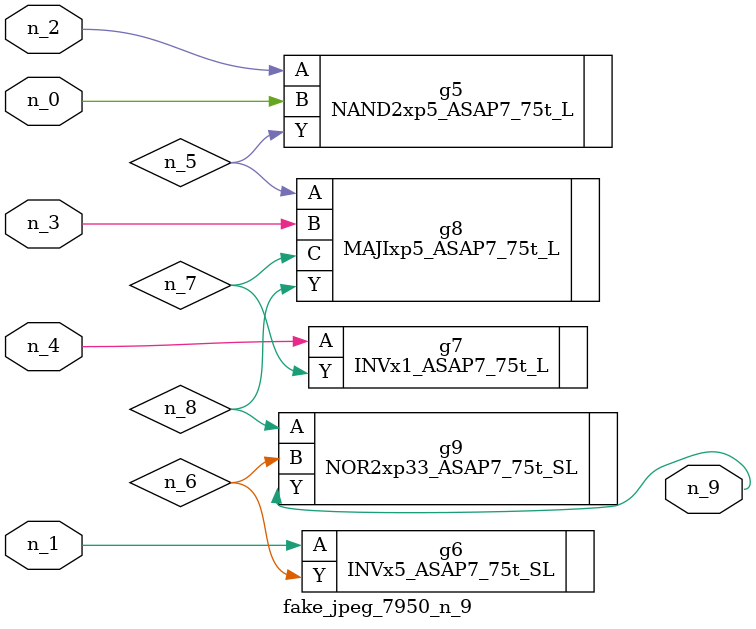
<source format=v>
module fake_jpeg_7950_n_9 (n_3, n_2, n_1, n_0, n_4, n_9);

input n_3;
input n_2;
input n_1;
input n_0;
input n_4;

output n_9;

wire n_8;
wire n_6;
wire n_5;
wire n_7;

NAND2xp5_ASAP7_75t_L g5 ( 
.A(n_2),
.B(n_0),
.Y(n_5)
);

INVx5_ASAP7_75t_SL g6 ( 
.A(n_1),
.Y(n_6)
);

INVx1_ASAP7_75t_L g7 ( 
.A(n_4),
.Y(n_7)
);

MAJIxp5_ASAP7_75t_L g8 ( 
.A(n_5),
.B(n_3),
.C(n_7),
.Y(n_8)
);

NOR2xp33_ASAP7_75t_SL g9 ( 
.A(n_8),
.B(n_6),
.Y(n_9)
);


endmodule
</source>
